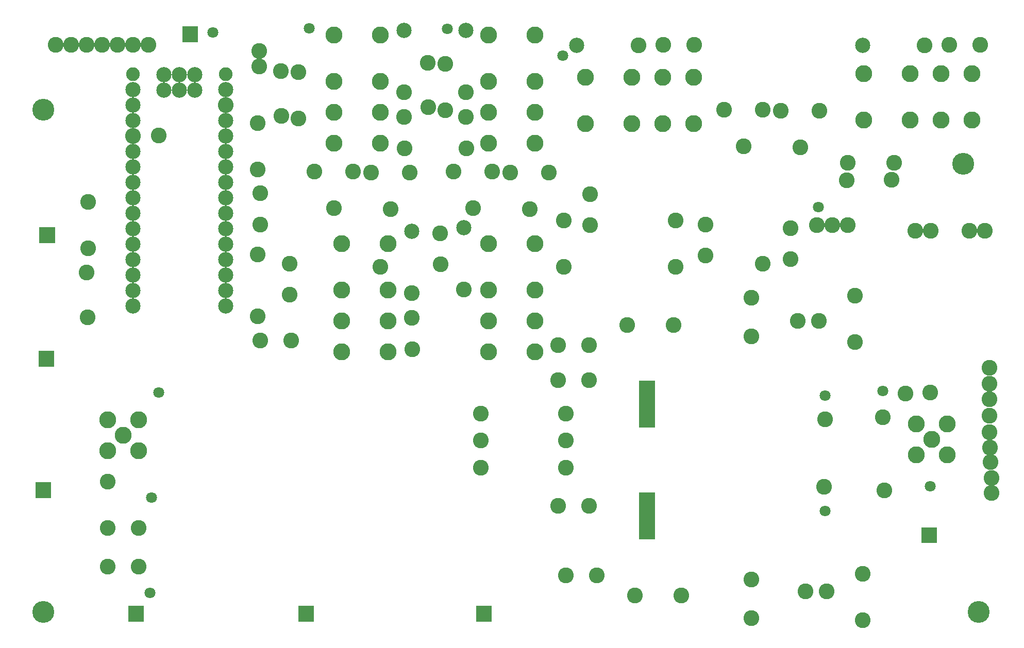
<source format=gbr>
%FSLAX34Y34*%
%MOMM*%
%LNSOLDERMASK_TOP*%
G71*
G01*
%ADD10C,2.600*%
%ADD11C,2.800*%
%ADD12C,2.500*%
%ADD13C,2.250*%
%ADD14C,2.600*%
%ADD15C,2.500*%
%ADD16C,3.600*%
%ADD17C,2.600*%
%ADD18C,1.800*%
%LPD*%
X903470Y269830D02*
G54D10*
D03*
X878070Y269830D02*
G54D10*
D03*
X852670Y269830D02*
G54D10*
D03*
X808720Y265036D02*
G54D10*
D03*
X808833Y214055D02*
G54D10*
D03*
X620503Y277527D02*
G54D10*
D03*
X620453Y201277D02*
G54D10*
D03*
X669020Y271386D02*
G54D10*
D03*
X669133Y220405D02*
G54D10*
D03*
X436353Y277527D02*
G54D10*
D03*
X436303Y201277D02*
G54D10*
D03*
G36*
X560270Y-10920D02*
X586270Y-10920D01*
X586270Y-36920D01*
X560270Y-36920D01*
X560270Y-10920D01*
G37*
G36*
X560270Y14480D02*
X586270Y14480D01*
X586270Y-11520D01*
X560270Y-11520D01*
X560270Y14480D01*
G37*
G36*
X560270Y-195070D02*
X586270Y-195070D01*
X586270Y-221070D01*
X560270Y-221070D01*
X560270Y-195070D01*
G37*
G36*
X560270Y-169670D02*
X586270Y-169670D01*
X586270Y-195670D01*
X560270Y-195670D01*
X560270Y-169670D01*
G37*
X478053Y15438D02*
G54D10*
D03*
X427072Y15325D02*
G54D10*
D03*
X478053Y-190937D02*
G54D10*
D03*
X427072Y-191050D02*
G54D10*
D03*
X478053Y72588D02*
G54D10*
D03*
X427073Y72475D02*
G54D10*
D03*
X490753Y-305237D02*
G54D10*
D03*
X439773Y-305350D02*
G54D10*
D03*
X616751Y105950D02*
G54D10*
D03*
X540501Y106000D02*
G54D10*
D03*
X629451Y-338550D02*
G54D10*
D03*
X553201Y-338500D02*
G54D10*
D03*
X744720Y150830D02*
G54D10*
D03*
X744720Y87330D02*
G54D10*
D03*
X744720Y-312720D02*
G54D10*
D03*
X744720Y-376220D02*
G54D10*
D03*
X856020Y112730D02*
G54D10*
D03*
X820920Y112730D02*
G54D10*
D03*
X868720Y-331770D02*
G54D10*
D03*
X833620Y-331770D02*
G54D10*
D03*
X1013779Y260552D02*
G54D10*
D03*
X1039279Y260552D02*
G54D10*
D03*
X915113Y77935D02*
G54D10*
D03*
X915163Y154185D02*
G54D10*
D03*
X865520Y-49070D02*
G54D10*
D03*
X864020Y-159670D02*
G54D10*
D03*
X960620Y-46070D02*
G54D10*
D03*
X963620Y-165670D02*
G54D10*
D03*
X300220Y-39670D02*
G54D10*
D03*
X439920Y-39670D02*
G54D10*
D03*
X439920Y-128570D02*
G54D10*
D03*
X439920Y-84120D02*
G54D10*
D03*
X1102679Y260552D02*
G54D10*
D03*
X1128179Y260552D02*
G54D10*
D03*
X878070Y269830D02*
G54D10*
D03*
X808833Y214055D02*
G54D10*
D03*
X763770Y206330D02*
G54D10*
D03*
X669133Y220405D02*
G54D10*
D03*
X963620Y-165670D02*
G54D10*
D03*
X856020Y112730D02*
G54D10*
D03*
X915113Y77935D02*
G54D10*
D03*
X868720Y-331770D02*
G54D10*
D03*
X300220Y-128570D02*
G54D10*
D03*
X439920Y-84120D02*
G54D10*
D03*
X1015570Y-56920D02*
G54D11*
D03*
X1066370Y-56920D02*
G54D11*
D03*
X1040970Y-82320D02*
G54D11*
D03*
X1066370Y-107720D02*
G54D11*
D03*
X1015570Y-107720D02*
G54D11*
D03*
X300220Y-84120D02*
G54D10*
D03*
X808833Y214055D02*
G54D10*
D03*
X669133Y220405D02*
G54D10*
D03*
X915113Y77935D02*
G54D10*
D03*
X927813Y-379265D02*
G54D10*
D03*
X927863Y-303015D02*
G54D10*
D03*
X927813Y-379265D02*
G54D10*
D03*
G36*
X560270Y-220470D02*
X586270Y-220470D01*
X586270Y-246470D01*
X560270Y-246470D01*
X560270Y-220470D01*
G37*
G36*
X560270Y-36320D02*
X586270Y-36320D01*
X586270Y-62320D01*
X560270Y-62320D01*
X560270Y-36320D01*
G37*
X-271065Y493069D02*
G54D12*
D03*
X-271065Y467669D02*
G54D12*
D03*
X-271065Y442269D02*
G54D12*
D03*
X-271065Y416869D02*
G54D12*
D03*
X-271065Y391469D02*
G54D12*
D03*
X-271065Y366069D02*
G54D12*
D03*
X-271065Y340669D02*
G54D12*
D03*
X-271065Y315269D02*
G54D12*
D03*
X-271065Y289869D02*
G54D12*
D03*
X-271065Y264469D02*
G54D12*
D03*
X-271065Y239069D02*
G54D12*
D03*
X-271065Y213669D02*
G54D12*
D03*
X-271065Y188269D02*
G54D12*
D03*
X-271065Y162869D02*
G54D12*
D03*
X-271065Y137469D02*
G54D12*
D03*
X-118665Y493069D02*
G54D12*
D03*
X-118665Y467669D02*
G54D12*
D03*
X-118665Y442269D02*
G54D12*
D03*
X-118665Y416869D02*
G54D12*
D03*
X-118665Y391469D02*
G54D12*
D03*
X-118665Y366069D02*
G54D12*
D03*
X-118665Y340669D02*
G54D12*
D03*
X-118665Y315269D02*
G54D12*
D03*
X-118665Y289869D02*
G54D12*
D03*
X-118665Y264469D02*
G54D12*
D03*
X-118665Y239069D02*
G54D12*
D03*
X-118665Y213669D02*
G54D12*
D03*
X-118665Y188269D02*
G54D12*
D03*
X-118665Y162869D02*
G54D12*
D03*
X-118665Y137469D02*
G54D12*
D03*
X-118506Y518310D02*
G54D13*
D03*
X-270906Y518310D02*
G54D13*
D03*
X-169719Y492053D02*
G54D12*
D03*
X-169719Y517453D02*
G54D12*
D03*
X-195119Y492053D02*
G54D12*
D03*
X-195119Y517453D02*
G54D12*
D03*
X-220519Y492053D02*
G54D12*
D03*
X-220519Y517453D02*
G54D12*
D03*
X-65966Y361499D02*
G54D10*
D03*
X-65966Y437699D02*
G54D10*
D03*
X-63391Y556624D02*
G54D10*
D03*
X-63391Y531124D02*
G54D10*
D03*
X-62209Y322234D02*
G54D10*
D03*
X-62096Y271253D02*
G54D10*
D03*
X-65966Y221799D02*
G54D10*
D03*
X-65966Y120199D02*
G54D10*
D03*
X-13841Y155614D02*
G54D10*
D03*
X-13953Y206594D02*
G54D10*
D03*
X-11091Y80882D02*
G54D10*
D03*
X-62071Y80770D02*
G54D10*
D03*
X-62096Y271253D02*
G54D10*
D03*
X-13953Y206594D02*
G54D10*
D03*
X-62071Y80770D02*
G54D10*
D03*
X-271065Y416869D02*
G54D10*
D03*
X-118665Y467669D02*
G54D10*
D03*
X71620Y239729D02*
G54D11*
D03*
X147820Y239730D02*
G54D11*
D03*
X71620Y163530D02*
G54D11*
D03*
X71620Y112730D02*
G54D11*
D03*
X71620Y61930D02*
G54D11*
D03*
X147820Y163530D02*
G54D11*
D03*
X147820Y112730D02*
G54D11*
D03*
X147820Y61930D02*
G54D11*
D03*
X58920Y582630D02*
G54D11*
D03*
X135120Y582630D02*
G54D11*
D03*
X58920Y506430D02*
G54D11*
D03*
X58920Y455630D02*
G54D11*
D03*
X58920Y404830D02*
G54D11*
D03*
X135120Y506430D02*
G54D11*
D03*
X135120Y455630D02*
G54D11*
D03*
X135120Y404830D02*
G54D11*
D03*
X312920Y239730D02*
G54D11*
D03*
X389120Y239730D02*
G54D11*
D03*
X312920Y163530D02*
G54D11*
D03*
X312920Y112730D02*
G54D11*
D03*
X312920Y61930D02*
G54D11*
D03*
X389120Y163530D02*
G54D11*
D03*
X389120Y112730D02*
G54D11*
D03*
X389120Y61930D02*
G54D11*
D03*
X312920Y582630D02*
G54D11*
D03*
X389120Y582630D02*
G54D11*
D03*
X312920Y506430D02*
G54D11*
D03*
X312920Y455630D02*
G54D11*
D03*
X312920Y404830D02*
G54D11*
D03*
X389120Y506430D02*
G54D11*
D03*
X389120Y455630D02*
G54D11*
D03*
X389120Y404830D02*
G54D11*
D03*
X929255Y443165D02*
G54D11*
D03*
X929254Y519365D02*
G54D11*
D03*
X1005455Y443165D02*
G54D11*
D03*
X1056255Y443165D02*
G54D11*
D03*
X1107055Y443165D02*
G54D11*
D03*
X1005455Y519366D02*
G54D11*
D03*
X1056255Y519365D02*
G54D11*
D03*
X1107055Y519365D02*
G54D11*
D03*
X472055Y436815D02*
G54D11*
D03*
X472055Y513016D02*
G54D11*
D03*
X548255Y436816D02*
G54D11*
D03*
X599055Y436816D02*
G54D11*
D03*
X649855Y436815D02*
G54D11*
D03*
X548255Y513016D02*
G54D11*
D03*
X599055Y513016D02*
G54D11*
D03*
X649855Y513016D02*
G54D11*
D03*
X27057Y358617D02*
G54D10*
D03*
X90557Y358617D02*
G54D10*
D03*
X58807Y298292D02*
G54D10*
D03*
X135120Y201630D02*
G54D10*
D03*
X120280Y356826D02*
G54D10*
D03*
X183781Y356826D02*
G54D10*
D03*
X152030Y296501D02*
G54D10*
D03*
X183781Y356826D02*
G54D10*
D03*
X58807Y298292D02*
G54D10*
D03*
X255657Y358617D02*
G54D10*
D03*
X319157Y358617D02*
G54D10*
D03*
X287407Y298292D02*
G54D10*
D03*
X348880Y356826D02*
G54D10*
D03*
X412381Y356826D02*
G54D10*
D03*
X380630Y296501D02*
G54D10*
D03*
X380630Y296501D02*
G54D10*
D03*
X287407Y298292D02*
G54D10*
D03*
X700158Y460217D02*
G54D10*
D03*
X763658Y460217D02*
G54D10*
D03*
X731908Y399892D02*
G54D10*
D03*
X793380Y458426D02*
G54D10*
D03*
X856880Y458426D02*
G54D10*
D03*
X825130Y398101D02*
G54D10*
D03*
X856881Y458426D02*
G54D10*
D03*
X731908Y399892D02*
G54D10*
D03*
X-271065Y416869D02*
G54D14*
D03*
X173740Y488548D02*
G54D15*
D03*
X173740Y590148D02*
G54D15*
D03*
X174565Y396638D02*
G54D10*
D03*
X174453Y447619D02*
G54D10*
D03*
X173740Y488548D02*
G54D10*
D03*
X173740Y488548D02*
G54D14*
D03*
X174565Y396638D02*
G54D14*
D03*
X275340Y488548D02*
G54D15*
D03*
X275340Y590148D02*
G54D15*
D03*
X276165Y396638D02*
G54D10*
D03*
X276053Y447619D02*
G54D10*
D03*
X275340Y488548D02*
G54D10*
D03*
X275340Y488548D02*
G54D14*
D03*
X276165Y396638D02*
G54D14*
D03*
X186440Y158348D02*
G54D15*
D03*
X186440Y259948D02*
G54D15*
D03*
X187265Y66438D02*
G54D10*
D03*
X187153Y117418D02*
G54D10*
D03*
X186440Y158348D02*
G54D10*
D03*
X186440Y158348D02*
G54D14*
D03*
X187265Y66438D02*
G54D14*
D03*
X272442Y164285D02*
G54D15*
D03*
X272442Y265885D02*
G54D15*
D03*
X233897Y205725D02*
G54D10*
D03*
X233785Y256706D02*
G54D10*
D03*
X233897Y205725D02*
G54D14*
D03*
X272442Y164285D02*
G54D14*
D03*
X559249Y565846D02*
G54D15*
D03*
X457649Y565846D02*
G54D15*
D03*
X651159Y566671D02*
G54D10*
D03*
X600179Y566559D02*
G54D10*
D03*
X559249Y565846D02*
G54D10*
D03*
X559249Y565846D02*
G54D14*
D03*
X651159Y566671D02*
G54D14*
D03*
X1029149Y565846D02*
G54D15*
D03*
X927549Y565846D02*
G54D15*
D03*
X1121059Y566671D02*
G54D10*
D03*
X1070079Y566559D02*
G54D10*
D03*
X1029149Y565846D02*
G54D10*
D03*
X1029149Y565846D02*
G54D14*
D03*
X1121059Y566671D02*
G54D14*
D03*
X135120Y582630D02*
G54D10*
D03*
X147820Y239730D02*
G54D10*
D03*
X389120Y582630D02*
G54D10*
D03*
X389120Y239730D02*
G54D10*
D03*
X472055Y436815D02*
G54D10*
D03*
X929255Y443165D02*
G54D10*
D03*
X152030Y296501D02*
G54D10*
D03*
X825130Y398101D02*
G54D10*
D03*
X-398280Y566630D02*
G54D10*
D03*
X-372880Y566630D02*
G54D10*
D03*
X-372880Y566630D02*
G54D10*
D03*
X-347480Y566630D02*
G54D10*
D03*
X-296680Y566630D02*
G54D10*
D03*
X-296680Y566630D02*
G54D10*
D03*
X-271280Y566630D02*
G54D10*
D03*
X-271280Y566630D02*
G54D10*
D03*
X-245880Y566630D02*
G54D10*
D03*
X-322080Y566630D02*
G54D10*
D03*
X-418600Y-365550D02*
G54D16*
D03*
X-418600Y459950D02*
G54D16*
D03*
X1118100Y-365550D02*
G54D16*
D03*
X1092700Y371050D02*
G54D16*
D03*
G36*
X-425250Y266700D02*
X-399250Y266700D01*
X-399250Y240700D01*
X-425250Y240700D01*
X-425250Y266700D01*
G37*
G36*
X-426520Y63500D02*
X-400520Y63500D01*
X-400520Y37500D01*
X-426520Y37500D01*
X-426520Y63500D01*
G37*
G36*
X-431600Y-152400D02*
X-405600Y-152400D01*
X-405600Y-178400D01*
X-431600Y-178400D01*
X-431600Y-152400D01*
G37*
G36*
X-279200Y-355600D02*
X-253200Y-355600D01*
X-253200Y-381600D01*
X-279200Y-381600D01*
X-279200Y-355600D01*
G37*
G36*
X200Y-355600D02*
X26200Y-355600D01*
X26200Y-381600D01*
X200Y-381600D01*
X200Y-355600D01*
G37*
G36*
X292300Y-355600D02*
X318300Y-355600D01*
X318300Y-381600D01*
X292300Y-381600D01*
X292300Y-355600D01*
G37*
G36*
X1023800Y-226600D02*
X1049800Y-226600D01*
X1049800Y-252600D01*
X1023800Y-252600D01*
X1023800Y-226600D01*
G37*
G36*
X-190300Y596900D02*
X-164300Y596900D01*
X-164300Y570900D01*
X-190300Y570900D01*
X-190300Y596900D01*
G37*
X-312930Y-50220D02*
G54D11*
D03*
X-262130Y-50220D02*
G54D11*
D03*
X-287530Y-75620D02*
G54D11*
D03*
X-262130Y-101020D02*
G54D11*
D03*
X-312930Y-101020D02*
G54D11*
D03*
X-312930Y-228020D02*
G54D17*
D03*
X-262130Y-228020D02*
G54D10*
D03*
X-262130Y-291520D02*
G54D10*
D03*
X-312930Y-291520D02*
G54D10*
D03*
X-262130Y-228020D02*
G54D17*
D03*
X-312930Y-291520D02*
G54D17*
D03*
X-262130Y-291520D02*
G54D17*
D03*
X-312930Y-151820D02*
G54D10*
D03*
X-344497Y308527D02*
G54D10*
D03*
X-344547Y232277D02*
G54D10*
D03*
X-347000Y192000D02*
G54D10*
D03*
X-346000Y119000D02*
G54D10*
D03*
X-346000Y119000D02*
G54D10*
D03*
X503Y521527D02*
G54D10*
D03*
X453Y445277D02*
G54D10*
D03*
X-28000Y523000D02*
G54D10*
D03*
X-27000Y450000D02*
G54D10*
D03*
X903159Y372282D02*
G54D10*
D03*
X979409Y372232D02*
G54D10*
D03*
X901686Y343779D02*
G54D10*
D03*
X974686Y344779D02*
G54D10*
D03*
X241503Y535527D02*
G54D10*
D03*
X241453Y459277D02*
G54D10*
D03*
X213000Y537000D02*
G54D10*
D03*
X214000Y464000D02*
G54D10*
D03*
X-140058Y586605D02*
G54D18*
D03*
X17942Y593605D02*
G54D18*
D03*
X244942Y592605D02*
G54D18*
D03*
X434942Y548605D02*
G54D18*
D03*
X479787Y270217D02*
G54D10*
D03*
X479674Y321197D02*
G54D10*
D03*
X479674Y321197D02*
G54D10*
D03*
X-229058Y417605D02*
G54D10*
D03*
X960942Y-2395D02*
G54D18*
D03*
X1038942Y-159395D02*
G54D18*
D03*
X865942Y-10395D02*
G54D18*
D03*
X865942Y-199395D02*
G54D18*
D03*
X854942Y299605D02*
G54D18*
D03*
X-229058Y-5395D02*
G54D18*
D03*
X-243058Y-334395D02*
G54D18*
D03*
X-241058Y-177395D02*
G54D18*
D03*
X1135942Y35605D02*
G54D10*
D03*
X1135942Y9605D02*
G54D10*
D03*
X1135942Y-16395D02*
G54D10*
D03*
X1135942Y-43395D02*
G54D10*
D03*
X1135942Y-70395D02*
G54D10*
D03*
X1136942Y-95395D02*
G54D10*
D03*
X1137942Y-119395D02*
G54D10*
D03*
X1138942Y-145395D02*
G54D10*
D03*
X1139442Y-170395D02*
G54D10*
D03*
X1038942Y-5395D02*
G54D10*
D03*
X997942Y-6395D02*
G54D10*
D03*
M02*

</source>
